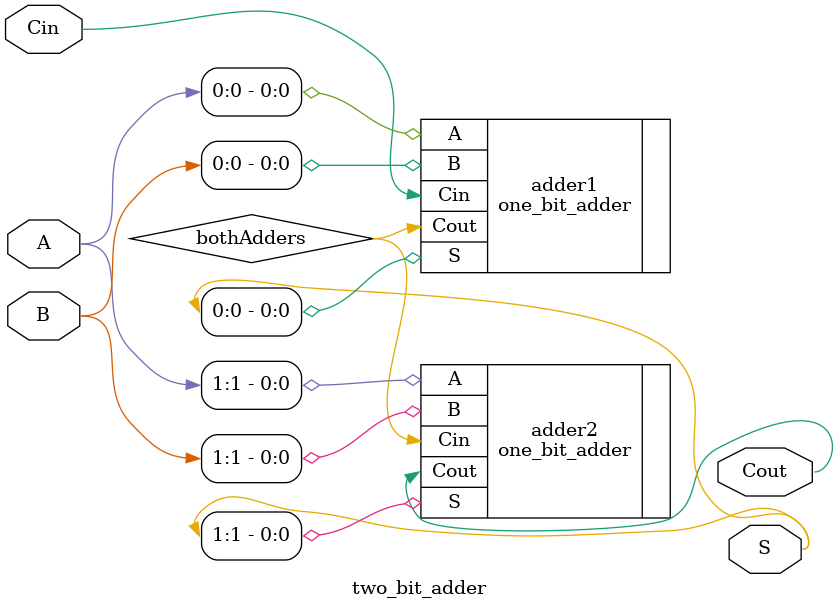
<source format=v>
module two_bit_adder(A,B,S,Cin,Cout);
    input [1:0] A, B;
    input Cin;
    output [1:0] S;
    output Cout;
    wire bothAdders;
    one_bit_adder adder1(.A(A[0]), .B(B[0]), .Cin(Cin), .S(S[0]), .Cout(bothAdders));
    one_bit_adder adder2(.A(A[1]), .B(B[1]), .Cin(bothAdders), .S(S[1]), .Cout(Cout));

endmodule
</source>
